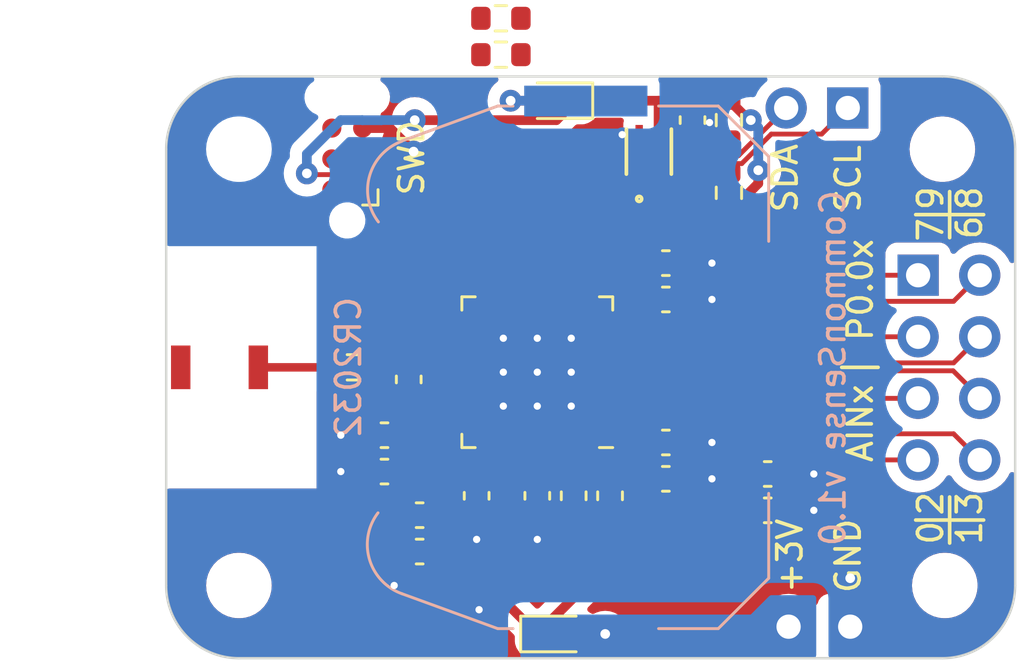
<source format=kicad_pcb>
(kicad_pcb (version 20221018) (generator pcbnew)
  (layers (0 "F.Cu" signal) (31 "B.Cu" signal) (34 "B.Paste" user) (35 "F.Paste" user) (36 "B.SilkS" user "B.Silkscreen") (37 "F.SilkS" user "F.Silkscreen") (38 "B.Mask" user) (39 "F.Mask" user) (44 "Edge.Cuts" user))
  (net 0 "")
  (net 1 "/RF")
  (net 2 "GND")
  (net 3 "/XL1")
  (net 4 "/XL2")
  (net 5 "/DEC1")
  (net 6 "/DEC4")
  (net 7 "/DEC3")
  (net 8 "/DEC2")
  (net 9 "/XC1")
  (net 10 "/XC2")
  (net 11 "/ANT")
  (net 12 "/LED_RES")
  (net 13 "/STATUS_LED")
  (net 14 "/P0.09")
  (net 15 "/P0.08")
  (net 16 "/P0.07")
  (net 17 "/P0.06")
  (net 18 "/AIN3")
  (net 19 "/AIN2")
  (net 20 "/AIN1")
  (net 21 "/AIN0")
  (net 32 "/SWDCLK")
  (net 33 "/SWDIO")
  (net 43 "/SDA")
  (net 44 "/SCL")
  (net 46 "/NRESET")
  (net 47 "/DCC")
  (net 48 "/L_MID")
  (net 49 "+BATT")
  (net 50 "+3V0")
  (footprint "Diode_SMD:D_0603_1608Metric" (layer "F.Cu") (at 152.1 57 180)
    (fp_text reference "D3" hide)
    (fp_text value "CDBU0130L-HF " hide)
    (fp_line (start -1.485 -0.735) (end -1.485 0.735) (stroke (width 0.12)) (layer "F.SilkS"))
    (fp_line (start -1.485 0.735) (end 0.8 0.735) (stroke (width 0.12)) (layer "F.SilkS"))
    (fp_line (start 0.8 -0.735) (end -1.485 -0.735) (stroke (width 0.12)) (layer "F.SilkS"))
    (pad "1" smd roundrect (at -0.7875 0 180) (size 0.875 0.95) (layers "F.Cu" "F.Paste" "F.Mask") (net 50 "+3V0"))
    (pad "2" smd roundrect (at 0.7875 0 180) (size 0.875 0.95) (layers "F.Cu" "F.Paste" "F.Mask") (net 49 "+BATT"))
  )
  (footprint "Connector_PinHeader_2.54mm:PinHeader_1x02_P2.54mm_Vertical" (layer "F.Cu") (at 164.2 78.7 -90)
    (fp_text reference "J2" hide)
    (fp_text value "Conn_01x02" hide)
    (pad "1" thru_hole rect locked (at 0 0 270) (size 1.7 1.7) (drill 1) (layers "*.Cu" "*.Mask") (net 2 "GND"))
    (pad "2" thru_hole oval locked (at 0 2.54 270) (size 1.7 1.7) (drill 1) (layers "*.Cu" "*.Mask") (net 49 "+BATT"))
  )
  (footprint "Capacitor_SMD:C_0603_1608Metric" (layer "F.Cu") (at 156.6 63.7 180)
    (fp_text reference "C14" hide)
    (fp_text value "1u" hide)
    (fp_line (start -0.14058 -0.51) (end 0.14058 -0.51) (stroke (width 0.12)) (layer "F.SilkS"))
    (fp_line (start -0.14058 0.51) (end 0.14058 0.51) (stroke (width 0.12)) (layer "F.SilkS"))
    (pad "1" smd roundrect (at -0.775 0 180) (size 0.9 0.95) (layers "F.Cu" "F.Paste" "F.Mask") (net 2 "GND"))
    (pad "2" smd roundrect (at 0.775 0 180) (size 0.9 0.95) (layers "F.Cu" "F.Paste" "F.Mask") (net 50 "+3V0"))
  )
  (footprint "Capacitor_SMD:C_0603_1608Metric" (layer "F.Cu") (at 145 70.8 180)
    (fp_text reference "C9" hide)
    (fp_text value "N.C." hide)
    (fp_line (start -0.14058 -0.51) (end 0.14058 -0.51) (stroke (width 0.12)) (layer "F.SilkS"))
    (fp_line (start -0.14058 0.51) (end 0.14058 0.51) (stroke (width 0.12)) (layer "F.SilkS"))
    (pad "1" smd roundrect (at -0.775 0 180) (size 0.9 0.95) (layers "F.Cu" "F.Paste" "F.Mask") (net 8 "/DEC2"))
    (pad "2" smd roundrect (at 0.775 0 180) (size 0.9 0.95) (layers "F.Cu" "F.Paste" "F.Mask") (net 2 "GND"))
  )
  (footprint "Capacitor_SMD:C_0603_1608Metric" (layer "F.Cu") (at 156.6 71.1 180)
    (fp_text reference "C3" hide)
    (fp_text value "100n" hide)
    (fp_line (start -0.14058 -0.51) (end 0.14058 -0.51) (stroke (width 0.12)) (layer "F.SilkS"))
    (fp_line (start -0.14058 0.51) (end 0.14058 0.51) (stroke (width 0.12)) (layer "F.SilkS"))
    (pad "1" smd roundrect (at -0.775 0 180) (size 0.9 0.95) (layers "F.Cu" "F.Paste" "F.Mask") (net 2 "GND"))
    (pad "2" smd roundrect (at 0.775 0 180) (size 0.9 0.95) (layers "F.Cu" "F.Paste" "F.Mask") (net 5 "/DEC1"))
  )
  (footprint "Diode_SMD:D_0603_1608Metric" (layer "F.Cu") (at 152.1 79)
    (fp_text reference "D2" hide)
    (fp_text value "CDBU0130L-HF " hide)
    (fp_line (start -1.485 -0.735) (end -1.485 0.735) (stroke (width 0.12)) (layer "F.SilkS"))
    (fp_line (start -1.485 0.735) (end 0.8 0.735) (stroke (width 0.12)) (layer "F.SilkS"))
    (fp_line (start 0.8 -0.735) (end -1.485 -0.735) (stroke (width 0.12)) (layer "F.SilkS"))
    (pad "1" smd roundrect (at -0.7875 0) (size 0.875 0.95) (layers "F.Cu" "F.Paste" "F.Mask") (net 50 "+3V0"))
    (pad "2" smd roundrect (at 0.7875 0) (size 0.875 0.95) (layers "F.Cu" "F.Paste" "F.Mask") (net 49 "+BATT"))
  )
  (footprint "MountingHole:MountingHole_2.2mm_M2" (layer "F.Cu") (at 168.1 77)
    (fp_text reference "H4" hide)
    (fp_text value "MountingHole" hide)
    (pad "" np_thru_hole circle locked (at 0 0) (size 2.2 2.2) (drill 2.2) (layers "*.Cu" "*.Mask"))
  )
  (footprint "Inductor_SMD:L_0603_1608Metric" (layer "F.Cu") (at 154.3 73.3 90)
    (fp_text reference "L3" hide)
    (fp_text value "10uH" hide)
    (fp_line (start -0.162779 -0.51) (end 0.162779 -0.51) (stroke (width 0.12)) (layer "F.SilkS"))
    (fp_line (start -0.162779 0.51) (end 0.162779 0.51) (stroke (width 0.12)) (layer "F.SilkS"))
    (pad "1" smd roundrect (at -0.7875 0 90) (size 0.875 0.95) (layers "F.Cu" "F.Paste" "F.Mask") (net 48 "/L_MID"))
    (pad "2" smd roundrect (at 0.7875 0 90) (size 0.875 0.95) (layers "F.Cu" "F.Paste" "F.Mask") (net 47 "/DCC"))
  )
  (footprint "MountingHole:MountingHole_2.2mm_M2" (layer "F.Cu") (at 139 77)
    (fp_text reference "H1" hide)
    (fp_text value "MountingHole" hide)
    (pad "" np_thru_hole circle locked (at 0 0) (size 2.2 2.2) (drill 2.2) (layers "*.Cu" "*.Mask"))
  )
  (footprint "Connector_PinHeader_2.54mm:PinHeader_2x04_P2.54mm_Vertical" (layer "F.Cu") (at 167 64.2)
    (fp_text reference "J1" hide)
    (fp_text value "Conn_02x04_Counter_Clockwise" hide)
    (pad "1" thru_hole rect locked (at 0 0) (size 1.7 1.7) (drill 1) (layers "*.Cu" "*.Mask") (net 14 "/P0.09"))
    (pad "2" thru_hole oval locked (at 2.54 0) (size 1.7 1.7) (drill 1) (layers "*.Cu" "*.Mask") (net 15 "/P0.08"))
    (pad "3" thru_hole oval locked (at 0 2.54) (size 1.7 1.7) (drill 1) (layers "*.Cu" "*.Mask") (net 16 "/P0.07"))
    (pad "4" thru_hole oval locked (at 2.54 2.54) (size 1.7 1.7) (drill 1) (layers "*.Cu" "*.Mask") (net 17 "/P0.06"))
    (pad "5" thru_hole oval locked (at 0 5.08) (size 1.7 1.7) (drill 1) (layers "*.Cu" "*.Mask") (net 19 "/AIN2"))
    (pad "6" thru_hole oval locked (at 2.54 5.08) (size 1.7 1.7) (drill 1) (layers "*.Cu" "*.Mask") (net 18 "/AIN3"))
    (pad "7" thru_hole oval locked (at 0 7.62) (size 1.7 1.7) (drill 1) (layers "*.Cu" "*.Mask") (net 21 "/AIN0"))
    (pad "8" thru_hole oval locked (at 2.54 7.62) (size 1.7 1.7) (drill 1) (layers "*.Cu" "*.Mask") (net 20 "/AIN1"))
  )
  (footprint "encyclopedia_galactica:ECS-.327-12.5-12R-TR" (layer "F.Cu") (at 160.076228 75.527211 180)
    (fp_text reference "Y1" hide)
    (fp_text value " ECS-.327-12.5-12R-TR " hide)
    (pad "1" smd rect (at -0.7 0 180) (size 0.6 1.1) (layers "F.Cu" "F.Paste" "F.Mask") (net 4 "/XL2"))
    (pad "2" smd rect (at 0.7 0 180) (size 0.6 1.1) (layers "F.Cu" "F.Paste" "F.Mask") (net 3 "/XL1"))
  )
  (footprint "encyclopedia_galactica:2108838-1" (layer "F.Cu") (at 135.7 68)
    (fp_text reference "2108838-1" hide)
    (fp_text value "~" hide)
    (pad "1" smd rect (at 4.1 0) (size 0.8 1.8) (layers "F.Cu" "F.Paste" "F.Mask") (net 1 "/RF"))
    (pad "2" smd rect (at 0.9 0) (size 0.8 1.8) (layers "F.Cu" "F.Paste" "F.Mask"))
    (zone (net 0) (net_name "") (layers "*.Cu") (connect_pads (clearance 0)) (min_thickness 0.25)
      (keepout (tracks allowed) (vias not_allowed) (pads allowed) (copperpour not_allowed) (footprints not_allowed))
      (fill (thermal_gap 0.5) (thermal_bridge_width 0.5))
      (polygon (pts (xy 129.2 63) (xy 129.2 73) (xy 142.2 73) (xy 142.2 63)))
    )
  )
  (footprint "MountingHole:MountingHole_2.2mm_M2" (layer "F.Cu") (at 139 59)
    (fp_text reference "H2" hide)
    (fp_text value "MountingHole" hide)
    (pad "" np_thru_hole circle locked (at 0 0) (size 2.2 2.2) (drill 2.2) (layers "*.Cu" "*.Mask"))
  )
  (footprint "Connector_PinHeader_2.54mm:PinHeader_1x02_P2.54mm_Vertical" (layer "F.Cu") (at 164.1 57.3 -90)
    (fp_text reference "J3" hide)
    (fp_text value "Conn_01x02" hide)
    (pad "1" thru_hole rect locked (at 0 0 270) (size 1.7 1.7) (drill 1) (layers "*.Cu" "*.Mask") (net 44 "/SCL"))
    (pad "2" thru_hole oval locked (at 0 2.54 270) (size 1.7 1.7) (drill 1) (layers "*.Cu" "*.Mask") (net 43 "/SDA"))
  )
  (footprint "Resistor_SMD:R_0603_1608Metric" (layer "F.Cu") (at 149.8 53.6)
    (fp_text reference "D1" hide)
    (fp_text value "LED" hide)
    (fp_line (start -0.237258 -0.5225) (end 0.237258 -0.5225) (stroke (width 0.12)) (layer "F.SilkS"))
    (fp_line (start -0.237258 0.5225) (end 0.237258 0.5225) (stroke (width 0.12)) (layer "F.SilkS"))
    (pad "1" smd roundrect (at -0.825 0) (size 0.8 0.95) (layers "F.Cu" "F.Paste" "F.Mask") (net 2 "GND"))
    (pad "2" smd roundrect (at 0.825 0) (size 0.8 0.95) (layers "F.Cu" "F.Paste" "F.Mask") (net 12 "/LED_RES"))
  )
  (footprint "Package_DFN_QFN:QFN-48-1EP_6x6mm_P0.4mm_EP4.6x4.6mm" (layer "F.Cu") (at 151.3 68.2 180)
    (fp_text reference "U1" hide)
    (fp_text value "NRF52810-QFAA-R7" hide)
    (fp_line (start -3.11 3.11) (end -3.11 2.56) (stroke (width 0.12)) (layer "F.SilkS"))
    (fp_line (start -2.56 -3.11) (end -3.11 -3.11) (stroke (width 0.12)) (layer "F.SilkS"))
    (fp_line (start -2.56 3.11) (end -3.11 3.11) (stroke (width 0.12)) (layer "F.SilkS"))
    (fp_line (start 2.56 -3.11) (end 3.11 -3.11) (stroke (width 0.12)) (layer "F.SilkS"))
    (fp_line (start 2.56 3.11) (end 3.11 3.11) (stroke (width 0.12)) (layer "F.SilkS"))
    (fp_line (start 3.11 -3.11) (end 3.11 -2.56) (stroke (width 0.12)) (layer "F.SilkS"))
    (fp_line (start 3.11 3.11) (end 3.11 2.56) (stroke (width 0.12)) (layer "F.SilkS"))
    (pad "1" smd roundrect (at -2.95 -2.2 180) (size 0.8 0.2) (layers "F.Cu" "F.Paste" "F.Mask") (net 5 "/DEC1"))
    (pad "2" smd roundrect (at -2.95 -1.8 180) (size 0.8 0.2) (layers "F.Cu" "F.Paste" "F.Mask") (net 3 "/XL1"))
    (pad "3" smd roundrect (at -2.95 -1.4 180) (size 0.8 0.2) (layers "F.Cu" "F.Paste" "F.Mask") (net 4 "/XL2"))
    (pad "4" smd roundrect (at -2.95 -1 180) (size 0.8 0.2) (layers "F.Cu" "F.Paste" "F.Mask") (net 21 "/AIN0"))
    (pad "5" smd roundrect (at -2.95 -0.6 180) (size 0.8 0.2) (layers "F.Cu" "F.Paste" "F.Mask") (net 20 "/AIN1"))
    (pad "6" smd roundrect (at -2.95 -0.2 180) (size 0.8 0.2) (layers "F.Cu" "F.Paste" "F.Mask") (net 19 "/AIN2"))
    (pad "7" smd roundrect (at -2.95 0.2 180) (size 0.8 0.2) (layers "F.Cu" "F.Paste" "F.Mask") (net 18 "/AIN3"))
    (pad "8" smd roundrect (at -2.95 0.6 180) (size 0.8 0.2) (layers "F.Cu" "F.Paste" "F.Mask") (net 17 "/P0.06"))
    (pad "9" smd roundrect (at -2.95 1 180) (size 0.8 0.2) (layers "F.Cu" "F.Paste" "F.Mask") (net 16 "/P0.07"))
    (pad "10" smd roundrect (at -2.95 1.4 180) (size 0.8 0.2) (layers "F.Cu" "F.Paste" "F.Mask") (net 15 "/P0.08"))
    (pad "11" smd roundrect (at -2.95 1.8 180) (size 0.8 0.2) (layers "F.Cu" "F.Paste" "F.Mask") (net 14 "/P0.09"))
    (pad "12" smd roundrect (at -2.95 2.2 180) (size 0.8 0.2) (layers "F.Cu" "F.Paste" "F.Mask"))
    (pad "13" smd roundrect (at -2.2 2.95 180) (size 0.2 0.8) (layers "F.Cu" "F.Paste" "F.Mask") (net 50 "+3V0"))
    (pad "14" smd roundrect (at -1.8 2.95 180) (size 0.2 0.8) (layers "F.Cu" "F.Paste" "F.Mask"))
    (pad "15" smd roundrect (at -1.4 2.95 180) (size 0.2 0.8) (layers "F.Cu" "F.Paste" "F.Mask"))
    (pad "16" smd roundrect (at -1 2.95 180) (size 0.2 0.8) (layers "F.Cu" "F.Paste" "F.Mask") (net 44 "/SCL"))
    (pad "17" smd roundrect (at -0.6 2.95 180) (size 0.2 0.8) (layers "F.Cu" "F.Paste" "F.Mask") (net 43 "/SDA"))
    (pad "18" smd roundrect (at -0.2 2.95 180) (size 0.2 0.8) (layers "F.Cu" "F.Paste" "F.Mask"))
    (pad "19" smd roundrect (at 0.2 2.95 180) (size 0.2 0.8) (layers "F.Cu" "F.Paste" "F.Mask"))
    (pad "20" smd roundrect (at 0.6 2.95 180) (size 0.2 0.8) (layers "F.Cu" "F.Paste" "F.Mask"))
    (pad "21" smd roundrect (at 1 2.95 180) (size 0.2 0.8) (layers "F.Cu" "F.Paste" "F.Mask"))
    (pad "22" smd roundrect (at 1.4 2.95 180) (size 0.2 0.8) (layers "F.Cu" "F.Paste" "F.Mask"))
    (pad "23" smd roundrect (at 1.8 2.95 180) (size 0.2 0.8) (layers "F.Cu" "F.Paste" "F.Mask") (net 13 "/STATUS_LED"))
    (pad "24" smd roundrect (at 2.2 2.95 180) (size 0.2 0.8) (layers "F.Cu" "F.Paste" "F.Mask") (net 46 "/NRESET"))
    (pad "25" smd roundrect (at 2.95 2.2 180) (size 0.8 0.2) (layers "F.Cu" "F.Paste" "F.Mask") (net 32 "/SWDCLK"))
    (pad "26" smd roundrect (at 2.95 1.8 180) (size 0.8 0.2) (layers "F.Cu" "F.Paste" "F.Mask") (net 33 "/SWDIO"))
    (pad "27" smd roundrect (at 2.95 1.4 180) (size 0.8 0.2) (layers "F.Cu" "F.Paste" "F.Mask"))
    (pad "28" smd roundrect (at 2.95 1 180) (size 0.8 0.2) (layers "F.Cu" "F.Paste" "F.Mask"))
    (pad "29" smd roundrect (at 2.95 0.6 180) (size 0.8 0.2) (layers "F.Cu" "F.Paste" "F.Mask"))
    (pad "30" smd roundrect (at 2.95 0.2 180) (size 0.8 0.2) (layers "F.Cu" "F.Paste" "F.Mask") (net 11 "/ANT"))
    (pad "31" smd roundrect (at 2.95 -0.2 180) (size 0.8 0.2) (layers "F.Cu" "F.Paste" "F.Mask") (net 2 "GND"))
    (pad "32" smd roundrect (at 2.95 -0.6 180) (size 0.8 0.2) (layers "F.Cu" "F.Paste" "F.Mask") (net 8 "/DEC2"))
    (pad "33" smd roundrect (at 2.95 -1 180) (size 0.8 0.2) (layers "F.Cu" "F.Paste" "F.Mask") (net 7 "/DEC3"))
    (pad "34" smd roundrect (at 2.95 -1.4 180) (size 0.8 0.2) (layers "F.Cu" "F.Paste" "F.Mask") (net 10 "/XC2"))
    (pad "35" smd roundrect (at 2.95 -1.8 180) (size 0.8 0.2) (layers "F.Cu" "F.Paste" "F.Mask") (net 9 "/XC1"))
    (pad "36" smd roundrect (at 2.95 -2.2 180) (size 0.8 0.2) (layers "F.Cu" "F.Paste" "F.Mask") (net 50 "+3V0"))
    (pad "37" smd roundrect (at 2.2 -2.95 180) (size 0.2 0.8) (layers "F.Cu" "F.Paste" "F.Mask"))
    (pad "38" smd roundrect (at 1.8 -2.95 180) (size 0.2 0.8) (layers "F.Cu" "F.Paste" "F.Mask"))
    (pad "39" smd roundrect (at 1.4 -2.95 180) (size 0.2 0.8) (layers "F.Cu" "F.Paste" "F.Mask"))
    (pad "40" smd roundrect (at 1 -2.95 180) (size 0.2 0.8) (layers "F.Cu" "F.Paste" "F.Mask"))
    (pad "41" smd roundrect (at 0.6 -2.95 180) (size 0.2 0.8) (layers "F.Cu" "F.Paste" "F.Mask"))
    (pad "42" smd roundrect (at 0.2 -2.95 180) (size 0.2 0.8) (layers "F.Cu" "F.Paste" "F.Mask"))
    (pad "43" smd roundrect (at -0.2 -2.95 180) (size 0.2 0.8) (layers "F.Cu" "F.Paste" "F.Mask"))
    (pad "44" smd roundrect (at -0.6 -2.95 180) (size 0.2 0.8) (layers "F.Cu" "F.Paste" "F.Mask"))
    (pad "45" smd roundrect (at -1 -2.95 180) (size 0.2 0.8) (layers "F.Cu" "F.Paste" "F.Mask") (net 2 "GND"))
    (pad "46" smd roundrect (at -1.4 -2.95 180) (size 0.2 0.8) (layers "F.Cu" "F.Paste" "F.Mask") (net 6 "/DEC4"))
    (pad "47" smd roundrect (at -1.8 -2.95 180) (size 0.2 0.8) (layers "F.Cu" "F.Paste" "F.Mask") (net 47 "/DCC"))
    (pad "48" smd roundrect (at -2.2 -2.95 180) (size 0.2 0.8) (layers "F.Cu" "F.Paste" "F.Mask") (net 50 "+3V0"))
    (pad "49" smd rect (at 0 0 180) (size 4.6 4.6) (layers "F.Cu" "F.Mask") (net 2 "GND"))
  )
  (footprint "Capacitor_SMD:C_0603_1608Metric" (layer "F.Cu") (at 145 72.3 180)
    (fp_text reference "C8" hide)
    (fp_text value "100pF" hide)
    (fp_line (start -0.14058 -0.51) (end 0.14058 -0.51) (stroke (width 0.12)) (layer "F.SilkS"))
    (fp_line (start -0.14058 0.51) (end 0.14058 0.51) (stroke (width 0.12)) (layer "F.SilkS"))
    (pad "1" smd roundrect (at -0.775 0 180) (size 0.9 0.95) (layers "F.Cu" "F.Paste" "F.Mask") (net 7 "/DEC3"))
    (pad "2" smd roundrect (at 0.775 0 180) (size 0.9 0.95) (layers "F.Cu" "F.Paste" "F.Mask") (net 2 "GND"))
  )
  (footprint "Capacitor_SMD:C_0603_1608Metric" (layer "F.Cu") (at 156.6 72.6 180)
    (fp_text reference "C5" hide)
    (fp_text value "4u7" hide)
    (fp_line (start -0.14058 -0.51) (end 0.14058 -0.51) (stroke (width 0.12)) (layer "F.SilkS"))
    (fp_line (start -0.14058 0.51) (end 0.14058 0.51) (stroke (width 0.12)) (layer "F.SilkS"))
    (pad "1" smd roundrect (at -0.775 0 180) (size 0.9 0.95) (layers "F.Cu" "F.Paste" "F.Mask") (net 2 "GND"))
    (pad "2" smd roundrect (at 0.775 0 180) (size 0.9 0.95) (layers "F.Cu" "F.Paste" "F.Mask") (net 50 "+3V0"))
  )
  (footprint "Capacitor_SMD:C_0603_1608Metric" (layer "F.Cu") (at 146.45 74.1 180)
    (fp_text reference "C11" hide)
    (fp_text value "12pF" hide)
    (fp_line (start -0.14058 -0.51) (end 0.14058 -0.51) (stroke (width 0.12)) (layer "F.SilkS"))
    (fp_line (start -0.14058 0.51) (end 0.14058 0.51) (stroke (width 0.12)) (layer "F.SilkS"))
    (pad "1" smd roundrect (at -0.775 0 180) (size 0.9 0.95) (layers "F.Cu" "F.Paste" "F.Mask") (net 10 "/XC2"))
    (pad "2" smd roundrect (at 0.775 0 180) (size 0.9 0.95) (layers "F.Cu" "F.Paste" "F.Mask") (net 2 "GND"))
  )
  (footprint "Resistor_SMD:R_0603_1608Metric" (layer "F.Cu") (at 159.2 57.8 -90)
    (fp_text reference "R4" hide)
    (fp_text value "10k" hide)
    (fp_line (start -0.237258 -0.5225) (end 0.237258 -0.5225) (stroke (width 0.12)) (layer "F.SilkS"))
    (fp_line (start -0.237258 0.5225) (end 0.237258 0.5225) (stroke (width 0.12)) (layer "F.SilkS"))
    (pad "1" smd roundrect (at -0.825 0 270) (size 0.8 0.95) (layers "F.Cu" "F.Paste" "F.Mask") (net 50 "+3V0"))
    (pad "2" smd roundrect (at 0.825 0 270) (size 0.8 0.95) (layers "F.Cu" "F.Paste" "F.Mask") (net 43 "/SDA"))
  )
  (footprint "Connector:Tag-Connect_TC2030-IDC-NL_2x03_P1.27mm_Vertical" (layer "F.Cu") (at 143.465 59.4 90)
    (fp_text reference "J5" hide)
    (fp_text value "Conn_ARM_SWD_TagConnect_TC2030-NL" hide)
    (fp_line (start -1.905 1.27) (end -1.905 0.635) (stroke (width 0.12)) (layer "F.SilkS"))
    (fp_line (start -1.27 1.27) (end -1.905 1.27) (stroke (width 0.12)) (layer "F.SilkS"))
    (pad "" np_thru_hole circle (at -2.54 0 90) (size 0.9906 0.9906) (drill 0.9906) (layers "*.Cu" "*.Mask"))
    (pad "" np_thru_hole circle (at 2.54 -1.016 90) (size 0.9906 0.9906) (drill 0.9906) (layers "*.Cu" "*.Mask"))
    (pad "" np_thru_hole circle (at 2.54 1.016 90) (size 0.9906 0.9906) (drill 0.9906) (layers "*.Cu" "*.Mask"))
    (pad "1" connect circle (at -1.27 0.635 90) (size 0.7874 0.7874) (layers "F.Cu" "F.Mask") (net 50 "+3V0"))
    (pad "2" connect circle (at -1.27 -0.635 90) (size 0.7874 0.7874) (layers "F.Cu" "F.Mask") (net 33 "/SWDIO"))
    (pad "3" connect circle (at 0 0.635 90) (size 0.7874 0.7874) (layers "F.Cu" "F.Mask") (net 46 "/NRESET"))
    (pad "4" connect circle (at 0 -0.635 90) (size 0.7874 0.7874) (layers "F.Cu" "F.Mask") (net 32 "/SWDCLK"))
    (pad "5" connect circle (at 1.27 0.635 90) (size 0.7874 0.7874) (layers "F.Cu" "F.Mask") (net 2 "GND"))
    (pad "6" connect circle (at 1.27 -0.635 90) (size 0.7874 0.7874) (layers "F.Cu" "F.Mask"))
    (zone (net 0) (net_name "") (layer "F.Cu") (connect_pads (clearance 0)) (min_thickness 0.254)
      (keepout (tracks allowed) (vias not_allowed) (pads allowed) (copperpour not_allowed) (footprints not_allowed))
      (fill (thermal_gap 0.508) (thermal_bridge_width 0.508))
      (polygon (pts (xy 142.83 58.13) (xy 142.83 60.67) (xy 144.1 60.67) (xy 144.1 58.13)))
    )
  )
  (footprint "Resistor_SMD:R_0603_1608Metric" (layer "F.Cu") (at 149.8 55.1)
    (fp_text reference "R1" hide)
    (fp_text value "R" hide)
    (fp_line (start -0.237258 -0.5225) (end 0.237258 -0.5225) (stroke (width 0.12)) (layer "F.SilkS"))
    (fp_line (start -0.237258 0.5225) (end 0.237258 0.5225) (stroke (width 0.12)) (layer "F.SilkS"))
    (pad "1" smd roundrect (at -0.825 0) (size 0.8 0.95) (layers "F.Cu" "F.Paste" "F.Mask") (net 13 "/STATUS_LED"))
    (pad "2" smd roundrect (at 0.825 0) (size 0.8 0.95) (layers "F.Cu" "F.Paste" "F.Mask") (net 12 "/LED_RES"))
  )
  (footprint "MountingHole:MountingHole_2.2mm_M2" (layer "F.Cu") (at 168 59)
    (fp_text reference "H3" hide)
    (fp_text value "MountingHole" hide)
    (pad "" np_thru_hole circle locked (at 0 0) (size 2.2 2.2) (drill 2.2) (layers "*.Cu" "*.Mask"))
  )
  (footprint "Resistor_SMD:R_0603_1608Metric" (layer "F.Cu") (at 143.7 68 180)
    (fp_text reference "L1" hide)
    (fp_text value "3.9nH" hide)
    (fp_line (start -0.237258 -0.5225) (end 0.237258 -0.5225) (stroke (width 0.12)) (layer "F.SilkS"))
    (fp_line (start -0.237258 0.5225) (end 0.237258 0.5225) (stroke (width 0.12)) (layer "F.SilkS"))
    (pad "1" smd roundrect (at -0.825 0 180) (size 0.8 0.95) (layers "F.Cu" "F.Paste" "F.Mask") (net 11 "/ANT"))
    (pad "2" smd roundrect (at 0.825 0 180) (size 0.8 0.95) (layers "F.Cu" "F.Paste" "F.Mask") (net 1 "/RF"))
  )
  (footprint "Resistor_SMD:R_0603_1608Metric" (layer "F.Cu") (at 159.2 60.8 -90)
    (fp_text reference "R3" hide)
    (fp_text value "10k" hide)
    (fp_line (start -0.237258 -0.5225) (end 0.237258 -0.5225) (stroke (width 0.12)) (layer "F.SilkS"))
    (fp_line (start -0.237258 0.5225) (end 0.237258 0.5225) (stroke (width 0.12)) (layer "F.SilkS"))
    (pad "1" smd roundrect (at -0.825 0 270) (size 0.8 0.95) (layers "F.Cu" "F.Paste" "F.Mask") (net 44 "/SCL"))
    (pad "2" smd roundrect (at 0.825 0 270) (size 0.8 0.95) (layers "F.Cu" "F.Paste" "F.Mask") (net 50 "+3V0"))
  )
  (footprint "Capacitor_SMD:C_0603_1608Metric" (layer "F.Cu") (at 148.8 73.3 90)
    (fp_text reference "C7" hide)
    (fp_text value "100n" hide)
    (fp_line (start -0.14058 -0.51) (end 0.14058 -0.51) (stroke (width 0.12)) (layer "F.SilkS"))
    (fp_line (start -0.14058 0.51) (end 0.14058 0.51) (stroke (width 0.12)) (layer "F.SilkS"))
    (pad "1" smd roundrect (at -0.775 0 90) (size 0.9 0.95) (layers "F.Cu" "F.Paste" "F.Mask") (net 2 "GND"))
    (pad "2" smd roundrect (at 0.775 0 90) (size 0.9 0.95) (layers "F.Cu" "F.Paste" "F.Mask") (net 50 "+3V0"))
  )
  (footprint "Capacitor_SMD:C_0603_1608Metric" (layer "F.Cu") (at 157.7 57.8 -90)
    (fp_text reference "C13" hide)
    (fp_text value "100n" hide)
    (fp_line (start -0.14058 -0.51) (end 0.14058 -0.51) (stroke (width 0.12)) (layer "F.SilkS"))
    (fp_line (start -0.14058 0.51) (end 0.14058 0.51) (stroke (width 0.12)) (layer "F.SilkS"))
    (pad "1" smd roundrect (at -0.775 0 270) (size 0.9 0.95) (layers "F.Cu" "F.Paste" "F.Mask") (net 50 "+3V0"))
    (pad "2" smd roundrect (at 0.775 0 270) (size 0.9 0.95) (layers "F.Cu" "F.Paste" "F.Mask") (net 2 "GND"))
  )
  (footprint "Capacitor_SMD:C_0603_1608Metric" (layer "F.Cu") (at 160.8 73.9)
    (fp_text reference "C2" hide)
    (fp_text value "12pF" hide)
    (fp_line (start -0.14058 -0.51) (end 0.14058 -0.51) (stroke (width 0.12)) (layer "F.SilkS"))
    (fp_line (start -0.14058 0.51) (end 0.14058 0.51) (stroke (width 0.12)) (layer "F.SilkS"))
    (pad "1" smd roundrect (at -0.775 0) (size 0.9 0.95) (layers "F.Cu" "F.Paste" "F.Mask") (net 4 "/XL2"))
    (pad "2" smd roundrect (at 0.775 0) (size 0.9 0.95) (layers "F.Cu" "F.Paste" "F.Mask") (net 2 "GND"))
  )
  (footprint "Capacitor_SMD:C_0603_1608Metric" (layer "F.Cu") (at 156.6 65.2 180)
    (fp_text reference "C4" hide)
    (fp_text value "100n" hide)
    (fp_line (start -0.14058 -0.51) (end 0.14058 -0.51) (stroke (width 0.12)) (layer "F.SilkS"))
    (fp_line (start -0.14058 0.51) (end 0.14058 0.51) (stroke (width 0.12)) (layer "F.SilkS"))
    (pad "1" smd roundrect (at -0.775 0 180) (size 0.9 0.95) (layers "F.Cu" "F.Paste" "F.Mask") (net 2 "GND"))
    (pad "2" smd roundrect (at 0.775 0 180) (size 0.9 0.95) (layers "F.Cu" "F.Paste" "F.Mask") (net 50 "+3V0"))
  )
  (footprint "encyclopedia_galactica:DFN4_SHT41_SEN" (layer "F.Cu") (at 155.9 59.1 90)
    (fp_text reference "U2" hide)
    (fp_text value "SHT41-AD1B-R2" hide)
    (fp_line (start -0.9271 0.9271) (end 0.9271 0.9271) (stroke (width 0.1524)) (layer "F.SilkS"))
    (fp_line (start 0.9271 -0.9271) (end -0.9271 -0.9271) (stroke (width 0.1524)) (layer "F.SilkS"))
    (fp_circle (center -1.950999 -0.40005) (end -1.849399 -0.40005) (stroke (width 0.1524)) (fill none) (layer "F.SilkS"))
    (pad "1" smd rect (at -0.7469 -0.40005 90) (size 0.706399 0.3056) (layers "F.Cu" "F.Paste" "F.Mask") (net 43 "/SDA"))
    (pad "2" smd rect (at -0.7469 0.40005 90) (size 0.706399 0.3056) (layers "F.Cu" "F.Paste" "F.Mask") (net 44 "/SCL"))
    (pad "3" smd rect (at 0.7469 0.40005 90) (size 0.706399 0.3056) (layers "F.Cu" "F.Paste" "F.Mask") (net 50 "+3V0"))
    (pad "4" smd rect (at 0.7469 -0.40005 90) (size 0.706399 0.3056) (layers "F.Cu" "F.Paste" "F.Mask") (net 2 "GND"))
  )
  (footprint "Capacitor_SMD:C_0603_1608Metric" (layer "F.Cu") (at 160.8 72.4)
    (fp_text reference "C1" hide)
    (fp_text value "12pF" hide)
    (fp_line (start -0.14058 -0.51) (end 0.14058 -0.51) (stroke (width 0.12)) (layer "F.SilkS"))
    (fp_line (start -0.14058 0.51) (end 0.14058 0.51) (stroke (width 0.12)) (layer "F.SilkS"))
    (pad "1" smd roundrect (at -0.775 0) (size 0.9 0.95) (layers "F.Cu" "F.Paste" "F.Mask") (net 3 "/XL1"))
    (pad "2" smd roundrect (at 0.775 0) (size 0.9 0.95) (layers "F.Cu" "F.Paste" "F.Mask") (net 2 "GND"))
  )
  (footprint "Inductor_SMD:L_0603_1608Metric" (layer "F.Cu") (at 152.8 73.3 -90)
    (fp_text reference "L2" hide)
    (fp_text value "15nH" hide)
    (fp_line (start -0.162779 -0.51) (end 0.162779 -0.51) (stroke (width 0.12)) (layer "F.SilkS"))
    (fp_line (start -0.162779 0.51) (end 0.162779 0.51) (stroke (width 0.12)) (layer "F.SilkS"))
    (pad "1" smd roundrect (at -0.7875 0 270) (size 0.875 0.95) (layers "F.Cu" "F.Paste" "F.Mask") (net 6 "/DEC4"))
    (pad "2" smd roundrect (at 0.7875 0 270) (size 0.875 0.95) (layers "F.Cu" "F.Paste" "F.Mask") (net 48 "/L_MID"))
  )
  (footprint "encyclopedia_galactica:ABM11W-30.0000MHZ-7-D1X-T3" (layer "F.Cu") (at 147.1625 77.5)
    (fp_text reference "Y2" hide)
    (fp_text value "ABM11W-32.0000MHZ-7-D1X-T3 " hide)
    (pad "1" smd rect (at -0.637 -0.487 90) (size 0.775 0.875) (layers "F.Cu" "F.Paste" "F.Mask") (net 2 "GND"))
    (pad "2" smd rect (at 0.637 -0.487 90) (size 0.775 0.875) (layers "F.Cu" "F.Paste" "F.Mask") (net 9 "/XC1"))
    (pad "3" smd rect (at -0.637 0.487 90) (size 0.775 0.875) (layers "F.Cu" "F.Paste" "F.Mask") (net 10 "/XC2"))
    (pad "4" smd rect (at 0.637 0.487 90) (size 0.775 0.875) (layers "F.Cu" "F.Paste" "F.Mask") (net 2 "GND"))
  )
  (footprint "Capacitor_SMD:C_0603_1608Metric" (layer "F.Cu") (at 146 68.5 90)
    (fp_text reference "C12" hide)
    (fp_text value "0.8pF" hide)
    (fp_line (start -0.14058 -0.51) (end 0.14058 -0.51) (stroke (width 0.12)) (layer "F.SilkS"))
    (fp_line (start -0.14058 0.51) (end 0.14058 0.51) (stroke (width 0.12)) (layer "F.SilkS"))
    (pad "1" smd roundrect (at -0.775 0 90) (size 0.9 0.95) (layers "F.Cu" "F.Paste" "F.Mask") (net 2 "GND"))
    (pad "2" smd roundrect (at 0.775 0 90) (size 0.9 0.95) (layers "F.Cu" "F.Paste" "F.Mask") (net 11 "/ANT"))
  )
  (footprint "Capacitor_SMD:C_0603_1608Metric" (layer "F.Cu") (at 151.3 73.3 -90)
    (fp_text reference "C6" hide)
    (fp_text value "1u" hide)
    (fp_line (start -0.14058 -0.51) (end 0.14058 -0.51) (stroke (width 0.12)) (layer "F.SilkS"))
    (fp_line (start -0.14058 0.51) (end 0.14058 0.51) (stroke (width 0.12)) (layer "F.SilkS"))
    (pad "1" smd roundrect (at -0.775 0 270) (size 0.9 0.95) (layers "F.Cu" "F.Paste" "F.Mask") (net 6 "/DEC4"))
    (pad "2" smd roundrect (at 0.775 0 270) (size 0.9 0.95) (layers "F.Cu" "F.Paste" "F.Mask") (net 2 "GND"))
  )
  (footprint "Capacitor_SMD:C_0603_1608Metric" (layer "F.Cu") (at 146.45 75.6 180)
    (fp_text reference "C10" hide)
    (fp_text value "12pF" hide)
    (fp_line (start -0.14058 -0.51) (end 0.14058 -0.51) (stroke (width 0.12)) (layer "F.SilkS"))
    (fp_line (start -0.14058 0.51) (end 0.14058 0.51) (stroke (width 0.12)) (layer "F.SilkS"))
    (pad "1" smd roundrect (at -0.775 0 180) (size 0.9 0.95) (layers "F.Cu" "F.Paste" "F.Mask") (net 9 "/XC1"))
    (pad "2" smd roundrect (at 0.775 0 180) (size 0.9 0.95) (layers "F.Cu" "F.Paste" "F.Mask") (net 2 "GND"))
  )
  (footprint "Battery:BatteryHolder_Keystone_3034_1x20mm" (layer "B.Cu") (at 153.3 68 90)
    (fp_text reference "BT1" hide)
    (fp_text value "Battery_Cell" hide)
    (fp_line (start -10.78 -3.63) (end -9.34 -7.58) (stroke (width 0.12)) (layer "B.SilkS"))
    (fp_line (start -10.78 -3) (end -10.78 -3.63) (stroke (width 0.12)) (layer "B.SilkS"))
    (fp_line (start -10.78 5.46) (end -10.78 3) (stroke (width 0.12)) (layer "B.SilkS"))
    (fp_line (start -8.7 7.54) (end -10.78 5.46) (stroke (width 0.12)) (layer "B.SilkS"))
    (fp_line (start -5.2 7.54) (end -8.7 7.54) (stroke (width 0.12)) (layer "B.SilkS"))
    (fp_line (start 8.7 7.54) (end 5.2 7.54) (stroke (width 0.12)) (layer "B.SilkS"))
    (fp_line (start 8.7 7.54) (end 10.78 5.46) (stroke (width 0.12)) (layer "B.SilkS"))
    (fp_line (start 10.78 -3.63) (end 9.34 -7.58) (stroke (width 0.12)) (layer "B.SilkS"))
    (fp_line (start 10.78 -3) (end 10.78 -3.63) (stroke (width 0.12)) (layer "B.SilkS"))
    (fp_line (start 10.78 5.46) (end 10.78 3) (stroke (width 0.12)) (layer "B.SilkS"))
    (fp_arc (start -9.34 -7.58) (mid -7.921654 -8.918738) (end -6.003354 -8.56653) (stroke (width 0.12)) (layer "B.SilkS"))
    (fp_arc (start 6 -8.55) (mid 7.90634 -8.911669) (end 9.325243 -7.588169) (stroke (width 0.12)) (layer "B.SilkS"))
    (pad "1" smd rect (at -10.985 0 90) (size 1.27 5.08) (layers "B.Cu" "B.Paste" "B.Mask") (net 49 "+BATT"))
    (pad "1" smd rect (at 10.985 0 90) (size 1.27 5.08) (layers "B.Cu" "B.Paste" "B.Mask") (net 49 "+BATT"))
    (pad "2" smd circle (at 0 0 90) (size 17.8 17.8) (layers "B.Cu" "B.Mask") (net 2 "GND"))
  )
  (gr_line (start 168.3 75.25) (end 168.3 73.35) (stroke (width 0.15)) (layer "F.SilkS"))
  (gr_line (start 165.35 68) (end 163.85 68) (stroke (width 0.15)) (layer "F.SilkS"))
  (gr_line (start 168.3 62.65) (end 168.3 60.75) (stroke (width 0.15)) (layer "F.SilkS"))
  (gr_line (start 166.9 74.3) (end 169.7 74.3) (stroke (width 0.15)) (layer "F.SilkS"))
  (gr_line (start 166.9 61.7) (end 169.7 61.7) (stroke (width 0.15)) (layer "F.SilkS"))
  (gr_line locked (start 168.000001 80.000001) (end 139 80) (stroke (width 0.1)) (layer "Edge.Cuts"))
  (gr_line locked (start 171 59) (end 171 77) (stroke (width 0.1)) (layer "Edge.Cuts"))
  (gr_arc locked (start 138.999999 80.000001) (mid 136.878679 79.121321) (end 135.999999 77.000001) (stroke (width 0.1)) (layer "Edge.Cuts"))
  (gr_arc locked (start 168 56) (mid 170.12132 56.87868) (end 171 59) (stroke (width 0.1)) (layer "Edge.Cuts"))
  (gr_arc locked (start 135.999999 58.999999) (mid 136.878679 56.878679) (end 138.999999 55.999999) (stroke (width 0.1)) (layer "Edge.Cuts"))
  (gr_line locked (start 139 56) (end 168 56) (stroke (width 0.1)) (layer "Edge.Cuts"))
  (gr_arc locked (start 171.000001 77.000001) (mid 170.121321 79.121321) (end 168.000001 80.000001) (stroke (width 0.1)) (layer "Edge.Cuts"))
  (gr_line locked (start 136 77) (end 136 59) (stroke (width 0.1)) (layer "Edge.Cuts"))
  (gr_text "CommonSense v1.0" (at 162.9 60.6 90) (layer "B.SilkS") (effects (font (size 1 1)) (justify left top mirror)))
  (gr_text "CR2032" (at 144.1 65 90) (layer "B.SilkS") (effects (font (size 1 1)) (justify left bottom mirror)))
  (gr_text "7" (at 168.1 62.9 90) (layer "F.SilkS") (effects (font (size 1 1)) (justify left bottom)))
  (gr_text "SCL" (at 164.7 61.7 90) (layer "F.SilkS") (effects (font (size 1 1)) (justify left bottom)))
  (gr_text "SDA" (at 162.1 61.7 90) (layer "F.SilkS") (effects (font (size 1 1)) (justify left bottom)))
  (gr_text "P0.0x" (at 165.2 67 90) (layer "F.SilkS") (effects (font (size 1 1)) (justify left bottom)))
  (gr_text "+3V" (at 162.3 77.4 90) (layer "F.SilkS") (effects (font (size 1 1)) (justify left bottom)))
  (gr_text "6" (at 169.7 62.8 90) (layer "F.SilkS") (effects (font (size 1 1)) (justify left bottom)))
  (gr_text "SWD" (at 146.7 61 90) (layer "F.SilkS") (effects (font (size 1 1)) (justify left bottom)))
  (gr_text "GND" (at 164.7 77.4 90) (layer "F.SilkS") (effects (font (size 1 1)) (justify left bottom)))
  (gr_text "0" (at 168.1 75.4 90) (layer "F.SilkS") (effects (font (size 1 1)) (justify left bottom)))
  (gr_text "AINx" (at 165.2 72 90) (layer "F.SilkS") (effects (font (size 1 1)) (justify left bottom)))
  (gr_text "3" (at 169.7 74.2 90) (layer "F.SilkS") (effects (font (size 1 1)) (justify left bottom)))
  (gr_text "9" (at 168.1 61.6 90) (layer "F.SilkS") (effects (font (size 1 1)) (justify left bottom)))
  (gr_text "2" (at 168.1 74.2 90) (layer "F.SilkS") (effects (font (size 1 1)) (justify left bottom)))
  (gr_text "8" (at 169.7 61.6 90) (layer "F.SilkS") (effects (font (size 1 1)) (justify left bottom)))
  (gr_text "1" (at 169.7 75.4 90) (layer "F.SilkS") (effects (font (size 1 1)) (justify left bottom)))
  (segment (start 142.875 68) (end 139.8 68) (width 0.35) (layer "F.Cu") (net 1))
  (segment (start 145.23 58.13) (end 144.1 58.13) (width 0.4) (layer "F.Cu") (net 2))
  (segment (start 146.2 59.1) (end 145.23 58.13) (width 0.4) (layer "F.Cu") (net 2))
  (segment (start 148.887 77.987) (end 148.9 78) (width 0.4) (layer "F.Cu") (net 2))
  (segment (start 149.7 68.4) (end 149.9 68.2) (width 0.2) (layer "F.Cu") (net 2))
  (segment (start 152.3 69.2) (end 151.3 68.2) (width 0.2) (layer "F.Cu") (net 2))
  (segment (start 161.575 73.9) (end 162.7 73.9) (width 0.4) (layer "F.Cu") (net 2))
  (segment (start 155.45305 58.4) (end 155.49995 58.3531) (width 0.2) (layer "F.Cu") (net 2))
  (segment (start 157.375 63.7) (end 158.5 63.7) (width 0.4) (layer "F.Cu") (net 2))
  (segment (start 157.725 58.575) (end 158.4 57.9) (width 0.4) (layer "F.Cu") (net 2))
  (segment (start 145.413 77.013) (end 145.4 77) (width 0.4) (layer "F.Cu") (net 2))
  (segment (start 143.2 70.8) (end 144.225 70.8) (width 0.4) (layer "F.Cu") (net 2))
  (segment (start 157.7 58.575) (end 157.725 58.575) (width 0.4) (layer "F.Cu") (net 2))
  (segment (start 144.225 72.3) (end 143.2 72.3) (width 0.4) (layer "F.Cu") (net 2))
  (segment (start 157.375 72.6) (end 158.5 72.6) (width 0.4) (layer "F.Cu") (net 2))
  (segment (start 152.3 71.15) (end 152.3 69.2) (width 0.2) (layer "F.Cu") (net 2))
  (segment (start 158.5 71.1) (end 157.375 71.1) (width 0.4) (layer "F.Cu") (net 2))
  (segment (start 164.2 78.7) (end 164.2 76.7) (width 0.4) (layer "F.Cu") (net 2))
  (segment (start 148.312495 68.437505) (end 146.837495 68.437505) (width 0.25) (layer "F.Cu") (net 2))
  (segment (start 146.837495 68.437505) (end 146 69.275) (width 0.25) (layer "F.Cu") (net 2))
  (segment (start 148.8 74.075) (end 148.8 75.1) (width 0.4) (layer "F.Cu") (net 2))
  (segment (start 148.35 68.4) (end 149.7 68.4) (width 0.2) (layer "F.Cu") (net 2))
  (segment (start 161.575 72.4) (end 162.7 72.4) (width 0.4) (layer "F.Cu") (net 2))
  (segment (start 151.3 74.075) (end 151.3 75.1) (width 0.4) (layer "F.Cu") (net 2))
  (segment (start 154.8 58.4) (end 155.45305 58.4) (width 0.2) (layer "F.Cu") (net 2))
  (segment (start 146.5255 77.013) (end 145.413 77.013) (width 0.4) (layer "F.Cu") (net 2))
  (segment (start 147.7995 77.987) (end 148.887 77.987) (width 0.4) (layer "F.Cu") (net 2))
  (segment (start 157.375 65.2) (end 158.5 65.2) (width 0.4) (layer "F.Cu") (net 2))
  (via (at 151.3 69.6) (size 0.6) (drill 0.3) (layers "F.Cu" "B.Cu") (net 2))
  (via (at 158.5 71.1) (size 0.6) (drill 0.3) (layers "F.Cu" "B.Cu") (net 2))
  (via (at 146.2 59.1) (size 0.9) (drill 0.4) (layers "F.Cu" "B.Cu") (net 2))
  (via (at 158.5 63.7) (size 0.6) (drill 0.3) (layers "F.Cu" "B.Cu") (net 2))
  (via (at 148.9 78) (size 0.6) (drill 0.3) (layers "F.Cu" "B.Cu") (net 2))
  (via (at 149.9 68.2) (size 0.6) (drill 0.3) (layers "F.Cu" "B.Cu") (net 2))
  (via (at 154.8 58.4) (size 0.6) (drill 0.3) (layers "F.Cu" "B.Cu") (net 2))
  (via (at 164.2 76.7) (size 0.9) (drill 0.4) (layers "F.Cu" "B.Cu") (net 2))
  (via (at 149.9 66.8) (size 0.6) (drill 0.3) (layers "F.Cu" "B.Cu") (net 2))
  (via (at 149.9 69.6) (size 0.6) (drill 0.3) (layers "F.Cu" "B.Cu") (net 2))
  (via (at 162.7 72.4) (size 0.6) (drill 0.3) (layers "F.Cu" "B.Cu") (net 2))
  (via (at 158.5 72.6) (size 0.6) (drill 0.3) (layers "F.Cu" "B.Cu") (net 2))
  (via (at 151.3 75.1) (size 0.6) (drill 0.3) (layers "F.Cu" "B.Cu") (net 2))
  (via (at 152.7 68.2) (size 0.6) (drill 0.3) (layers "F.Cu" "B.Cu") (net 2))
  (via (at 151.3 68.2) (size 0.6) (drill 0.3) (layers "F.Cu" "B.Cu") (net 2))
  (via (at 162.7 73.9) (size 0.6) (drill 0.3) (layers "F.Cu" "B.Cu") (net 2))
  (via (at 158.5 65.2) (size 0.6) (drill 0.3) (layers "F.Cu" "B.Cu") (net 2))
  (via (at 145.4 77) (size 0.6) (drill 0.3) (layers "F.Cu" "B.Cu") (net 2))
  (via (at 143.2 72.3) (size 0.6) (drill 0.3) (layers "F.Cu" "B.Cu") (net 2))
  (via (at 151.3 66.8) (size 0.6) (drill 0.3) (layers "F.Cu" "B.Cu") (net 2))
  (via (at 148.8 75.1) (size 0.6) (drill 0.3) (layers "F.Cu" "B.Cu") (net 2))
  (via (at 143.2 70.8) (size 0.6) (drill 0.3) (layers "F.Cu" "B.Cu") (net 2))
  (via (at 158.4 57.9) (size 0.6) (drill 0.3) (layers "F.Cu" "B.Cu") (net 2))
  (via (at 152.7 66.8) (size 0.6) (drill 0.3) (layers "F.Cu" "B.Cu") (net 2))
  (via (at 152.7 69.6) (size 0.6) (drill 0.3) (layers "F.Cu" "B.Cu") (net 2))
  (segment (start 159.376228 75.527211) (end 159.348 75.498983) (width 0.2) (layer "F.Cu") (net 3))
  (segment (start 159.348 70.848) (end 158.5 70) (width 0.2) (layer "F.Cu") (net 3))
  (segment (start 159.348 75.498983) (end 159.348 72.4) (width 0.2) (layer "F.Cu") (net 3))
  (segment (start 160.025 72.4) (end 159.348 72.4) (width 0.2) (layer "F.Cu") (net 3))
  (segment (start 158.5 70) (end 154.25 70) (width 0.2) (layer "F.Cu") (net 3))
  (segment (start 159.348 72.4) (end 159.348 70.848) (width 0.2) (layer "F.Cu") (net 3))
  (segment (start 158.7 69.6) (end 154.25 69.6) (width 0.2) (layer "F.Cu") (net 4))
  (segment (start 160.025 73.9) (end 160.776228 73.9) (width 0.2) (layer "F.Cu") (net 4))
  (segment (start 160.776228 75.527211) (end 160.776228 73.9) (width 0.2) (layer "F.Cu") (net 4))
  (segment (start 160.776228 73.9) (end 160.776228 71.676228) (width 0.2) (layer "F.Cu") (net 4))
  (segment (start 160.776228 71.676228) (end 158.7 69.6) (width 0.2) (layer "F.Cu") (net 4))
  (segment (start 154.25 70.4) (end 155.125 70.4) (width 0.2) (layer "F.Cu") (net 5))
  (segment (start 155.125 70.4) (end 155.825 71.1) (width 0.2) (layer "F.Cu") (net 5))
  (segment (start 152.7875 72.525) (end 152.8 72.5125) (width 0.4) (layer "F.Cu") (net 6))
  (segment (start 152.7 71.15) (end 152.7 72.4125) (width 0.2) (layer "F.Cu") (net 6))
  (segment (start 152.7 72.4125) (end 152.8 72.5125) (width 0.2) (layer "F.Cu") (net 6))
  (segment (start 151.3 72.525) (end 152.7875 72.525) (width 0.4) (layer "F.Cu") (net 6))
  (segment (start 145.775 72.3) (end 146.498 71.577) (width 0.2) (layer "F.Cu") (net 7))
  (segment (start 146.498 71.577) (end 146.498 70.535367) (width 0.2) (layer "F.Cu") (net 7))
  (segment (start 146.498 70.535367) (end 147.833367 69.2) (width 0.2) (layer "F.Cu") (net 7))
  (segment (start 147.833367 69.2) (end 148.35 69.2) (width 0.2) (layer "F.Cu") (net 7))
  (segment (start 145.775 70.614225) (end 145.775 70.8) (width 0.2) (layer "F.Cu") (net 8))
  (segment (start 147.589225 68.8) (end 145.775 70.614225) (width 0.2) (layer "F.Cu") (net 8))
  (segment (start 148.35 68.8) (end 147.589225 68.8) (width 0.2) (layer "F.Cu") (net 8))
  (segment (start 147.4 73.160775) (end 147.4 70.558263) (width 0.2) (layer "F.Cu") (net 9))
  (segment (start 147.7995 77.013) (end 147.95 76.8625) (width 0.2) (layer "F.Cu") (net 9))
  (segment (start 147.4 70.558263) (end 147.958263 70) (width 0.2) (layer "F.Cu") (net 9))
  (segment (start 147.225 75.6) (end 147.95 75.6) (width 0.2) (layer "F.Cu") (net 9))
  (segment (start 147.958263 70) (end 148.35 70) (width 0.2) (layer "F.Cu") (net 9))
  (segment (start 147.95 75.6) (end 147.95 73.710775) (width 0.2) (layer "F.Cu") (net 9))
  (segment (start 147.95 73.710775) (end 147.4 73.160775) (width 0.2) (layer "F.Cu") (net 9))
  (segment (start 147.95 76.8625) (end 147.95 75.6) (width 0.2) (layer "F.Cu") (net 9))
  (segment (start 147.15 77.4635) (end 146.6265 77.987) (width 0.15) (layer "F.Cu") (net 10))
  (segment (start 147.895815 69.6) (end 148.35 69.6) (width 0.2) (layer "F.Cu") (net 10))
  (segment (start 146.548 73.652) (end 147.05 73.15) (width 0.2) (layer "F.Cu") (net 10))
  (segment (start 146.9514 76.440625) (end 146.548 76.037225) (width 0.2) (layer "F.Cu") (net 10))
  (segment (start 147.05 73.15) (end 147.05 70.445815) (width 0.2) (layer "F.Cu") (net 10))
  (segment (start 146.548 76.037225) (end 146.548 74.1) (width 0.2) (layer "F.Cu") (net 10))
  (segment (start 146.6265 77.987) (end 146.5255 77.987) (width 0.15) (layer "F.Cu") (net 10))
  (segment (start 147.05 70.445815) (end 147.895815 69.6) (width 0.2) (layer "F.Cu") (net 10))
  (segment (start 146.548 74.1) (end 146.548 73.652) (width 0.2) (layer "F.Cu") (net 10))
  (segment (start 146.959375 76.440625) (end 146.9514 76.440625) (width 0.2) (layer "F.Cu") (net 10))
  (segment (start 147.15 76.63125) (end 147.15 77.4635) (width 0.15) (layer "F.Cu") (net 10))
  (segment (start 146.959375 76.440625) (end 147.15 76.63125) (width 0.15) (layer "F.Cu") (net 10))
  (segment (start 147.225 74.1) (end 146.548 74.1) (width 0.2) (layer "F.Cu") (net 10))
  (segment (start 147.9 68) (end 144.525 68) (width 0.35) (layer "F.Cu") (net 11))
  (segment (start 148.35 68) (end 147.9 68) (width 0.2) (layer "F.Cu") (net 11))
  (segment (start 164.15 64.2) (end 167 64.2) (width 0.2) (layer "F.Cu") (net 14))
  (segment (start 154.25 66.4) (end 161.95 66.4) (width 0.2) (layer "F.Cu") (net 14))
  (segment (start 161.95 66.4) (end 164.15 64.2) (width 0.2) (layer "F.Cu") (net 14))
  (segment (start 164.523 65.277) (end 168.463 65.277) (width 0.2) (layer "F.Cu") (net 15))
  (segment (start 163 66.8) (end 164.523 65.277) (width 0.2) (layer "F.Cu") (net 15))
  (segment (start 154.25 66.8) (end 163 66.8) (width 0.2) (layer "F.Cu") (net 15))
  (segment (start 168.463 65.277) (end 169.54 64.2) (width 0.2) (layer "F.Cu") (net 15))
  (segment (start 164.06 66.74) (end 167 66.74) (width 0.2) (layer "F.Cu") (net 16))
  (segment (start 154.25 67.2) (end 163.6 67.2) (width 0.2) (layer "F.Cu") (net 16))
  (segment (start 163.6 67.2) (end 164.06 66.74) (width 0.2) (layer "F.Cu") (net 16))
  (segment (start 168.463 67.817) (end 169.54 66.74) (width 0.2) (layer "F.Cu") (net 17))
  (segment (start 164.807448 67.6) (end 165.024448 67.817) (width 0.2) (layer "F.Cu") (net 17))
  (segment (start 154.25 67.6) (end 164.807448 67.6) (width 0.2) (layer "F.Cu") (net 17))
  (segment (start 165.024448 67.817) (end 168.463 67.817) (width 0.2) (layer "F.Cu") (net 17))
  (segment (start 164.745 68) (end 164.889 68.144) (width 0.2) (layer "F.Cu") (net 18))
  (segment (start 154.25 68) (end 164.745 68) (width 0.2) (layer "F.Cu") (net 18))
  (segment (start 168.444 68.144) (end 169.54 69.24) (width 0.2) (layer "F.Cu") (net 18))
  (segment (start 164.889 68.144) (end 168.444 68.144) (width 0.2) (layer "F.Cu") (net 18))
  (segment (start 169.54 69.24) (end 169.54 69.28) (width 0.2) (layer "F.Cu") (net 18))
  (segment (start 164.501891 69.28) (end 167 69.28) (width 0.2) (layer "F.Cu") (net 19))
  (segment (start 154.25 68.4) (end 163.621891 68.4) (width 0.2) (layer "F.Cu") (net 19))
  (segment (start 163.621891 68.4) (end 164.501891 69.28) (width 0.2) (layer "F.Cu") (net 19))
  (segment (start 164.948 70.743) (end 168.463 70.743) (width 0.2) (layer "F.Cu") (net 20))
  (segment (start 163.005 68.8) (end 164.948 70.743) (width 0.2) (layer "F.Cu") (net 20))
  (segment (start 168.463 70.743) (end 169.54 71.82) (width 0.2) (layer "F.Cu") (net 20))
  (segment (start 154.25 68.8) (end 163.005 68.8) (width 0.2) (layer "F.Cu") (net 20))
  (segment (start 164.501891 71.82) (end 167 71.82) (width 0.2) (layer "F.Cu") (net 21))
  (segment (start 154.25 69.2) (end 161.881891 69.2) (width 0.2) (layer "F.Cu") (net 21))
  (segment (start 161.881891 69.2) (end 164.501891 71.82) (width 0.2) (layer "F.Cu") (net 21))
  (segment (start 143.8357 60.0207) (end 145.065991 60.0207) (width 0.2) (layer "F.Cu") (net 32))
  (segment (start 143.215 59.4) (end 143.8357 60.0207) (width 0.2) (layer "F.Cu") (net 32))
  (segment (start 148.35 63.304709) (end 148.35 66) (width 0.2) (layer "F.Cu") (net 32))
  (segment (start 142.83 59.4) (end 143.215 59.4) (width 0.2) (layer "F.Cu") (net 32))
  (segment (start 145.065991 60.0207) (end 148.35 63.304709) (width 0.2) (layer "F.Cu") (net 32))
  (segment (start 142.83 60.67) (end 142.436301 61.063699) (width 0.2) (layer "F.Cu") (net 33))
  (segment (start 142.436301 61.063699) (end 142.436301 62.136301) (width 0.2) (layer "F.Cu") (net 33))
  (segment (start 142.436301 62.136301) (end 146.7 66.4) (width 0.2) (layer "F.Cu") (net 33))
  (segment (start 146.7 66.4) (end 148.35 66.4) (width 0.2) (layer "F.Cu") (net 33))
  (segment (start 151.9 65.25) (end 151.9 63.822201) (width 0.2) (layer "F.Cu") (net 43))
  (segment (start 155.92025 59.266701) (end 159.2 59.266701) (width 0.2) (layer "F.Cu") (net 43))
  (segment (start 155.49995 59.8469) (end 155.49995 59.687001) (width 0.2) (layer "F.Cu") (net 43))
  (segment (start 159.593299 59.266701) (end 161.56 57.3) (width 0.2) (layer "F.Cu") (net 43))
  (segment (start 159.2 59.266701) (end 159.593299 59.266701) (width 0.2) (layer "F.Cu") (net 43))
  (segment (start 159.2 58.625) (end 159.2 59.266701) (width 0.2) (layer "F.Cu") (net 43))
  (segment (start 155.49995 60.222251) (end 155.49995 59.8469) (width 0.2) (layer "F.Cu") (net 43))
  (segment (start 151.9 63.822201) (end 155.49995 60.222251) (width 0.2) (layer "F.Cu") (net 43))
  (segment (start 155.49995 59.687001) (end 155.92025 59.266701) (width 0.2) (layer "F.Cu") (net 43))
  (segment (start 160.945448 58.377) (end 163.023 58.377) (width 0.2) (layer "F.Cu") (net 44))
  (segment (start 159.728747 59.593701) (end 160.945448 58.377) (width 0.2) (layer "F.Cu") (net 44))
  (segment (start 156.30005 60.006799) (end 156.30005 59.8469) (width 0.2) (layer "F.Cu") (net 44))
  (segment (start 156.30005 59.8469) (end 156.553249 59.593701) (width 0.2) (layer "F.Cu") (net 44))
  (segment (start 156.553249 59.593701) (end 159.728747 59.593701) (width 0.2) (layer "F.Cu") (net 44))
  (segment (start 152.3 64.006849) (end 156.30005 60.006799) (width 0.2) (layer "F.Cu") (net 44))
  (segment (start 163.023 58.377) (end 164.1 57.3) (width 0.2) (layer "F.Cu") (net 44))
  (segment (start 152.3 65.25) (end 152.3 64.006849) (width 0.2) (layer "F.Cu") (net 44))
  (segment (start 144.1 59.4) (end 145 59.4) (width 0.2) (layer "F.Cu") (net 46))
  (segment (start 149.1 63.5) (end 149.1 65.25) (width 0.2) (layer "F.Cu") (net 46))
  (segment (start 145 59.4) (end 149.1 63.5) (width 0.2) (layer "F.Cu") (net 46))
  (segment (start 153.1 71.541737) (end 154.070763 72.5125) (width 0.2) (layer "F.Cu") (net 47))
  (segment (start 154.070763 72.5125) (end 154.3 72.5125) (width 0.2) (layer "F.Cu") (net 47))
  (segment (start 153.1 71.15) (end 153.1 71.541737) (width 0.2) (layer "F.Cu") (net 47))
  (segment (start 152.8 74.0875) (end 154.3 74.0875) (width 0.4) (layer "F.Cu") (net 48))
  (segment (start 151.3125 57) (end 150.2 57) (width 0.4) (layer "F.Cu") (net 49))
  (segment (start 152.8875 79) (end 154.1 79) (width 0.4) (layer "F.Cu") (net 49))
  (via (at 154.1 79) (size 0.9) (drill 0.4) (layers "F.Cu" "B.Cu") (net 49))
  (via (at 150.2 57) (size 0.9) (drill 0.4) (layers "F.Cu" "B.Cu") (net 49))
  (segment (start 161.375 78.985) (end 161.66 78.7) (width 0.4) (layer "B.Cu") (net 49))
  (segment (start 150.2 57) (end 153.285 57) (width 0.4) (layer "B.Cu") (net 49))
  (segment (start 153.285 57) (end 153.3 57.015) (width 0.4) (layer "B.Cu") (net 49))
  (segment (start 153.3 78.985) (end 161.375 78.985) (width 0.4) (layer "B.Cu") (net 49))
  (segment (start 153.55 65.2) (end 153.527 65.223) (width 0.4) (layer "F.Cu") (net 50))
  (segment (start 143.401852 60.0493) (end 141.8493 60.0493) (width 0.2) (layer "F.Cu") (net 50))
  (segment (start 148.35 72.075) (end 148.35 70.427) (width 0.4) (layer "F.Cu") (net 50))
  (segment (start 160.409948 60.415052) (end 159.2 61.625) (width 0.4) (layer "F.Cu") (net 50))
  (segment (start 155.825 63.7) (end 155.825 65.2) (width 0.4) (layer "F.Cu") (net 50))
  (segment (start 153.527 65.223) (end 153.527 65.25) (width 0.4) (layer "F.Cu") (net 50))
  (segment (start 156.3 57) (end 159.175 57) (width 0.4) (layer "F.Cu") (net 50))
  (segment (start 154.375 71.15) (end 153.552 71.15) (width 0.4) (layer "F.Cu") (net 50))
  (segment (start 159.2 61.625) (end 157.9 61.625) (width 0.4) (layer "F.Cu") (net 50))
  (segment (start 160.026642 57.801642) (end 159.2 56.975) (width 0.4) (layer "F.Cu") (net 50))
  (segment (start 156.3001 58.4531) (end 156.3001 57.0001) (width 0.4) (layer "F.Cu") (net 50))
  (segment (start 150 77.7) (end 150 73.725) (width 0.4) (layer "F.Cu") (net 50))
  (segment (start 148.8 72.525) (end 148.35 72.075) (width 0.4) (layer "F.Cu") (net 50))
  (segment (start 155.825 74.475) (end 155.825 72.6) (width 0.4) (layer "F.Cu") (net 50))
  (segment (start 160.409948 59.869216) (end 160.409948 60.415052) (width 0.4) (layer "F.Cu") (net 50))
  (segment (start 144.1 60.67) (end 144.022552 60.67) (width 0.2) (layer "F.Cu") (net 50))
  (segment (start 156.3001 57.0001) (end 156.3 57) (width 0.4) (layer "F.Cu") (net 50))
  (segment (start 152.8875 57) (end 156.3 57) (width 0.4) (layer "F.Cu") (net 50))
  (segment (start 157.9 61.625) (end 155.825 63.7) (width 0.4) (layer "F.Cu") (net 50))
  (segment (start 160.101642 57.801642) (end 160.026642 57.801642) (width 0.4) (layer "F.Cu") (net 50))
  (segment (start 144.022552 60.67) (end 143.401852 60.0493) (width 0.2) (layer "F.Cu") (net 50))
  (segment (start 146.247897 57.802) (end 152.0855 57.802) (width 0.4) (layer "F.Cu") (net 50))
  (segment (start 152.0855 57.802) (end 152.8875 57) (width 0.4) (layer "F.Cu") (net 50))
  (segment (start 159.175 57) (end 159.2 56.975) (width 0.4) (layer "F.Cu") (net 50))
  (segment (start 150 73.725) (end 148.8 72.525) (width 0.4) (layer "F.Cu") (net 50))
  (segment (start 141.8493 60.0493) (end 141.8 60) (width 0.2) (layer "F.Cu") (net 50))
  (segment (start 151.3 79) (end 150 77.7) (width 0.4) (layer "F.Cu") (net 50))
  (segment (start 155.825 72.6) (end 154.375 71.15) (width 0.4) (layer "F.Cu") (net 50))
  (segment (start 151.3 79) (end 155.825 74.475) (width 0.4) (layer "F.Cu") (net 50))
  (segment (start 155.825 65.2) (end 153.55 65.2) (width 0.4) (layer "F.Cu") (net 50))
  (via (at 160.409948 59.869216) (size 0.9) (drill 0.4) (layers "F.Cu" "B.Cu") (net 50))
  (via (at 160.101642 57.801642) (size 0.9) (drill 0.4) (layers "F.Cu" "B.Cu") (net 50))
  (via (at 141.8 60) (size 0.9) (drill 0.4) (layers "F.Cu" "B.Cu") (net 50))
  (via (at 146.247897 57.802) (size 0.9) (drill 0.4) (layers "F.Cu" "B.Cu") (net 50))
  (segment (start 160.409948 58.109948) (end 160.409948 59.869216) (width 0.4) (layer "B.Cu") (net 50))
  (segment (start 144.089444 57.8053) (end 144.084144 57.8) (width 0.4) (layer "B.Cu") (net 50))
  (segment (start 144.877856 57.8) (end 144.872556 57.8053) (width 0.4) (layer "B.Cu") (net 50))
  (segment (start 146.247897 57.802) (end 146.245897 57.8) (width 0.4) (layer "B.Cu") (net 50))
  (segment (start 144.084144 57.8) (end 143.2 57.8) (width 0.4) (layer "B.Cu") (net 50))
  (segment (start 146.245897 57.8) (end 144.877856 57.8) (width 0.4) (layer "B.Cu") (net 50))
  (segment (start 144.872556 57.8053) (end 144.089444 57.8053) (width 0.4) (layer "B.Cu") (net 50))
  (segment (start 141.8 59.2) (end 141.8 60) (width 0.4) (layer "B.Cu") (net 50))
  (segment (start 160.101642 57.801642) (end 160.409948 58.109948) (width 0.4) (layer "B.Cu") (net 50))
  (segment (start 143.2 57.8) (end 141.8 59.2) (width 0.4) (layer "B.Cu") (net 50))
  (zone (net 0) (net_name "") (layer "F.Cu") (connect_pads yes (clearance 0)) (min_thickness 0.25)
    (keepout (tracks allowed) (vias allowed) (pads allowed) (copperpour not_allowed) (footprints allowed))
    (fill (thermal_gap 0.5) (thermal_bridge_width 0.5))
    (polygon (pts (xy 148.9 68.2) (xy 145.1 68.2) (xy 145.1 70) (xy 146.2 70) (xy 147.6 68.6) (xy 148.9 68.6)))
  )
  (zone locked (net 2) (net_name "GND") (layer "F.Cu") (connect_pads (clearance 0.5)) (min_thickness 0.25) (fill yes (thermal_gap 0.5) (thermal_bridge_width 0.5))
    (polygon (pts (xy 136 56) (xy 171 56) (xy 171 80) (xy 136 80)))
  )
  (zone (net 49) (net_name "+BATT") (layer "B.Cu") (priority 2) (connect_pads yes (clearance 0.5)) (min_thickness 0.25) (fill yes (thermal_gap 0.5) (thermal_bridge_width 0.5))
    (polygon (pts (xy 160.9 77.4) (xy 160.1 78.2) (xy 150.6 78.2) (xy 150.6 80) (xy 162.8 80) (xy 162.8 77.4)))
  )
  (zone locked (net 2) (net_name "GND") (layer "B.Cu") (connect_pads yes (clearance 0.5)) (min_thickness 0.25) (fill yes (thermal_gap 0.5) (thermal_bridge_width 0.5))
    (polygon (pts (xy 136 56) (xy 171 56) (xy 171 80) (xy 136 80)))
  )
)
</source>
